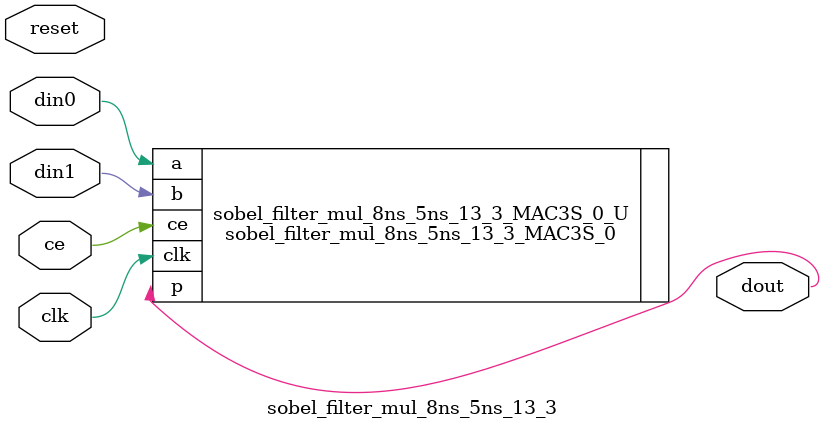
<source format=v>

`timescale 1 ns / 1 ps
module sobel_filter_mul_8ns_5ns_13_3(
    clk,
    reset,
    ce,
    din0,
    din1,
    dout);

parameter ID = 32'd1;
parameter NUM_STAGE = 32'd1;
parameter din0_WIDTH = 32'd1;
parameter din1_WIDTH = 32'd1;
parameter dout_WIDTH = 32'd1;
input clk;
input reset;
input ce;
input[din0_WIDTH - 1:0] din0;
input[din1_WIDTH - 1:0] din1;
output[dout_WIDTH - 1:0] dout;




sobel_filter_mul_8ns_5ns_13_3_MAC3S_0 sobel_filter_mul_8ns_5ns_13_3_MAC3S_0_U(
    .clk( clk ),
    .ce( ce ),
    .a( din0 ),
    .b( din1 ),
    .p( dout ));

endmodule

</source>
